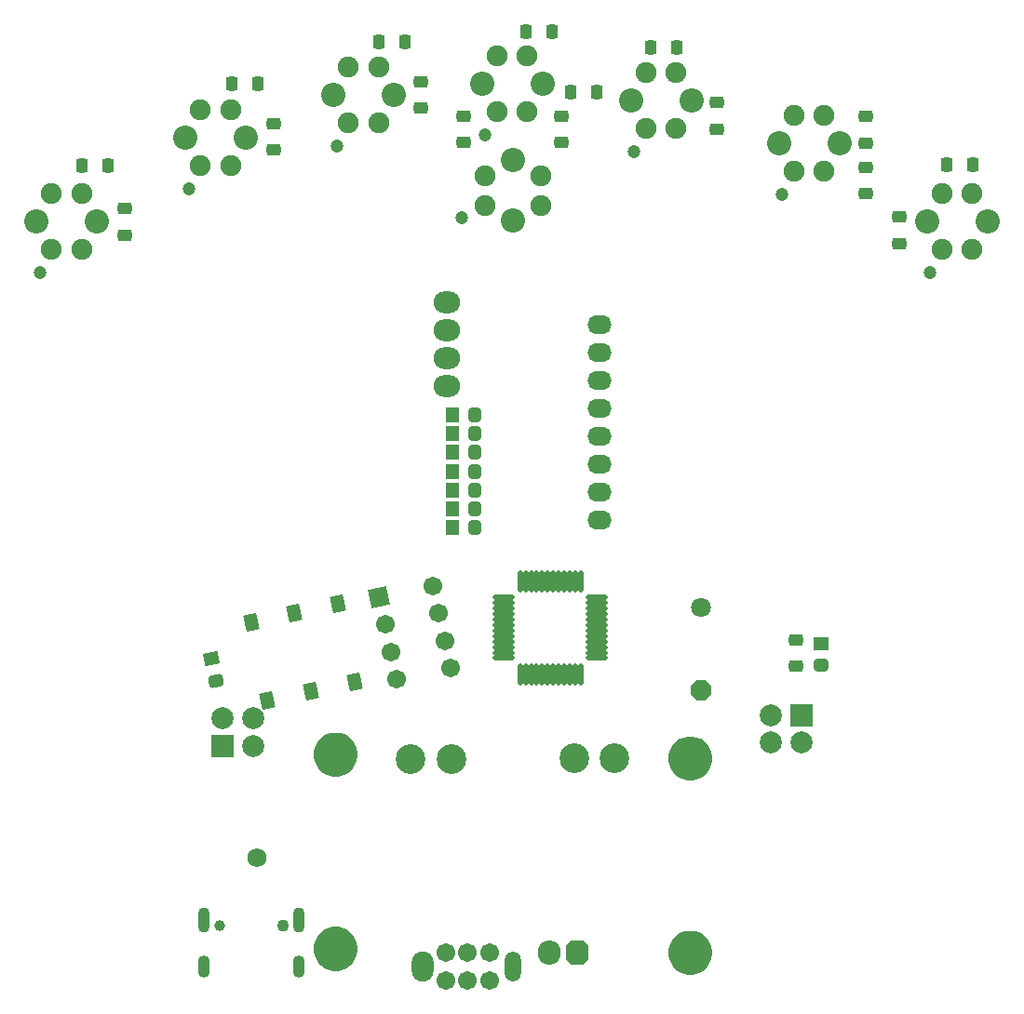
<source format=gts>
G04*
G04 #@! TF.GenerationSoftware,Altium Limited,Altium Designer,23.1.1 (15)*
G04*
G04 Layer_Color=8388736*
%FSAX25Y25*%
%MOIN*%
G70*
G04*
G04 #@! TF.SameCoordinates,B82E7E18-3205-491C-BA0E-7F24CF85224E*
G04*
G04*
G04 #@! TF.FilePolarity,Negative*
G04*
G01*
G75*
G04:AMPARAMS|DCode=32|XSize=45.28mil|YSize=53.15mil|CornerRadius=12.8mil|HoleSize=0mil|Usage=FLASHONLY|Rotation=270.000|XOffset=0mil|YOffset=0mil|HoleType=Round|Shape=RoundedRectangle|*
%AMROUNDEDRECTD32*
21,1,0.04528,0.02756,0,0,270.0*
21,1,0.01968,0.05315,0,0,270.0*
1,1,0.02559,-0.01378,-0.00984*
1,1,0.02559,-0.01378,0.00984*
1,1,0.02559,0.01378,0.00984*
1,1,0.02559,0.01378,-0.00984*
%
%ADD32ROUNDEDRECTD32*%
%ADD33R,0.05315X0.04528*%
G04:AMPARAMS|DCode=34|XSize=43.31mil|YSize=51.18mil|CornerRadius=11.81mil|HoleSize=0mil|Usage=FLASHONLY|Rotation=90.000|XOffset=0mil|YOffset=0mil|HoleType=Round|Shape=RoundedRectangle|*
%AMROUNDEDRECTD34*
21,1,0.04331,0.02756,0,0,90.0*
21,1,0.01968,0.05118,0,0,90.0*
1,1,0.02362,0.01378,0.00984*
1,1,0.02362,0.01378,-0.00984*
1,1,0.02362,-0.01378,-0.00984*
1,1,0.02362,-0.01378,0.00984*
%
%ADD34ROUNDEDRECTD34*%
G04:AMPARAMS|DCode=35|XSize=45.28mil|YSize=53.15mil|CornerRadius=12.8mil|HoleSize=0mil|Usage=FLASHONLY|Rotation=0.000|XOffset=0mil|YOffset=0mil|HoleType=Round|Shape=RoundedRectangle|*
%AMROUNDEDRECTD35*
21,1,0.04528,0.02756,0,0,0.0*
21,1,0.01968,0.05315,0,0,0.0*
1,1,0.02559,0.00984,-0.01378*
1,1,0.02559,-0.00984,-0.01378*
1,1,0.02559,-0.00984,0.01378*
1,1,0.02559,0.00984,0.01378*
%
%ADD35ROUNDEDRECTD35*%
%ADD36R,0.04528X0.05315*%
G04:AMPARAMS|DCode=37|XSize=59.18mil|YSize=47.37mil|CornerRadius=0mil|HoleSize=0mil|Usage=FLASHONLY|Rotation=102.000|XOffset=0mil|YOffset=0mil|HoleType=Round|Shape=Rectangle|*
%AMROTATEDRECTD37*
4,1,4,0.02932,-0.02402,-0.01701,-0.03387,-0.02932,0.02402,0.01701,0.03387,0.02932,-0.02402,0.0*
%
%ADD37ROTATEDRECTD37*%

%ADD38O,0.01981X0.07887*%
%ADD39O,0.07887X0.01981*%
G04:AMPARAMS|DCode=40|XSize=45.28mil|YSize=53.15mil|CornerRadius=0mil|HoleSize=0mil|Usage=FLASHONLY|Rotation=282.000|XOffset=0mil|YOffset=0mil|HoleType=Round|Shape=Rectangle|*
%AMROTATEDRECTD40*
4,1,4,-0.03070,0.01662,0.02129,0.02767,0.03070,-0.01662,-0.02129,-0.02767,-0.03070,0.01662,0.0*
%
%ADD40ROTATEDRECTD40*%

G04:AMPARAMS|DCode=41|XSize=45.28mil|YSize=53.15mil|CornerRadius=12.8mil|HoleSize=0mil|Usage=FLASHONLY|Rotation=282.000|XOffset=0mil|YOffset=0mil|HoleType=Round|Shape=RoundedRectangle|*
%AMROUNDEDRECTD41*
21,1,0.04528,0.02756,0,0,282.0*
21,1,0.01968,0.05315,0,0,282.0*
1,1,0.02559,-0.01143,-0.01249*
1,1,0.02559,-0.01553,0.00676*
1,1,0.02559,0.01143,0.01249*
1,1,0.02559,0.01553,-0.00676*
%
%ADD41ROUNDEDRECTD41*%
G04:AMPARAMS|DCode=42|XSize=43.31mil|YSize=51.18mil|CornerRadius=11.81mil|HoleSize=0mil|Usage=FLASHONLY|Rotation=0.000|XOffset=0mil|YOffset=0mil|HoleType=Round|Shape=RoundedRectangle|*
%AMROUNDEDRECTD42*
21,1,0.04331,0.02756,0,0,0.0*
21,1,0.01968,0.05118,0,0,0.0*
1,1,0.02362,0.00984,-0.01378*
1,1,0.02362,-0.00984,-0.01378*
1,1,0.02362,-0.00984,0.01378*
1,1,0.02362,0.00984,0.01378*
%
%ADD42ROUNDEDRECTD42*%
%ADD43C,0.06800*%
%ADD44C,0.07493*%
%ADD45C,0.08674*%
%ADD46C,0.04737*%
%ADD47R,0.07887X0.07887*%
%ADD48C,0.07887*%
%ADD49C,0.07099*%
G04:AMPARAMS|DCode=50|XSize=70.99mil|YSize=70.99mil|CornerRadius=0mil|HoleSize=0mil|Usage=FLASHONLY|Rotation=270.000|XOffset=0mil|YOffset=0mil|HoleType=Round|Shape=Octagon|*
%AMOCTAGOND50*
4,1,8,-0.01775,-0.03550,0.01775,-0.03550,0.03550,-0.01775,0.03550,0.01775,0.01775,0.03550,-0.01775,0.03550,-0.03550,0.01775,-0.03550,-0.01775,-0.01775,-0.03550,0.0*
%
%ADD50OCTAGOND50*%

%ADD51O,0.05800X0.10800*%
%ADD52C,0.06706*%
%ADD53O,0.07887X0.10800*%
G04:AMPARAMS|DCode=54|XSize=86.74mil|YSize=82.8mil|CornerRadius=0mil|HoleSize=0mil|Usage=FLASHONLY|Rotation=270.000|XOffset=0mil|YOffset=0mil|HoleType=Round|Shape=Octagon|*
%AMOCTAGOND54*
4,1,8,-0.02070,-0.04337,0.02070,-0.04337,0.04140,-0.02267,0.04140,0.02267,0.02070,0.04337,-0.02070,0.04337,-0.04140,0.02267,-0.04140,-0.02267,-0.02070,-0.04337,0.0*
%
%ADD54OCTAGOND54*%

%ADD55O,0.08280X0.08674*%
%ADD56C,0.10642*%
%ADD57C,0.03937*%
%ADD58C,0.04331*%
%ADD59O,0.04331X0.09055*%
%ADD60O,0.04331X0.07874*%
%ADD61O,0.08674X0.06706*%
%ADD62P,0.09483X4X57.0*%
%ADD63O,0.09461X0.07887*%
G36*
X0118100Y0015628D02*
X0118876D01*
X0120397Y0015931D01*
X0121830Y0016524D01*
X0123119Y0017386D01*
X0124216Y0018483D01*
X0125078Y0019773D01*
X0125671Y0021206D01*
X0125974Y0022727D01*
Y0023502D01*
Y0024278D01*
X0125671Y0025799D01*
X0125078Y0027232D01*
X0124216Y0028522D01*
X0123119Y0029618D01*
X0121830Y0030480D01*
X0120397Y0031074D01*
X0118876Y0031376D01*
X0118100D01*
X0117324D01*
X0115803Y0031074D01*
X0114370Y0030480D01*
X0113081Y0029618D01*
X0111984Y0028522D01*
X0111122Y0027232D01*
X0110529Y0025799D01*
X0110226Y0024278D01*
Y0023502D01*
Y0022727D01*
X0110529Y0021206D01*
X0111122Y0019773D01*
X0111984Y0018483D01*
X0113081Y0017386D01*
X0114370Y0016524D01*
X0115803Y0015931D01*
X0117324Y0015628D01*
X0118100D01*
D01*
D02*
G37*
G36*
Y0085228D02*
X0118876D01*
X0120397Y0085531D01*
X0121830Y0086124D01*
X0123119Y0086986D01*
X0124216Y0088083D01*
X0125078Y0089373D01*
X0125671Y0090806D01*
X0125974Y0092327D01*
Y0093102D01*
Y0093878D01*
X0125671Y0095399D01*
X0125078Y0096832D01*
X0124216Y0098122D01*
X0123119Y0099218D01*
X0121830Y0100080D01*
X0120397Y0100674D01*
X0118876Y0100976D01*
X0118100D01*
X0117324D01*
X0115803Y0100674D01*
X0114370Y0100080D01*
X0113081Y0099218D01*
X0111984Y0098122D01*
X0111122Y0096832D01*
X0110529Y0095399D01*
X0110226Y0093878D01*
Y0093102D01*
Y0092327D01*
X0110529Y0090806D01*
X0111122Y0089373D01*
X0111984Y0088083D01*
X0113081Y0086986D01*
X0114370Y0086124D01*
X0115803Y0085531D01*
X0117324Y0085228D01*
X0118100D01*
D01*
D02*
G37*
G36*
X0245100Y0029976D02*
X0244324D01*
X0242803Y0029674D01*
X0241370Y0029080D01*
X0240081Y0028218D01*
X0238984Y0027122D01*
X0238122Y0025832D01*
X0237529Y0024399D01*
X0237226Y0022878D01*
Y0022102D01*
Y0021327D01*
X0237529Y0019806D01*
X0238122Y0018373D01*
X0238984Y0017083D01*
X0240081Y0015986D01*
X0241370Y0015124D01*
X0242803Y0014531D01*
X0244324Y0014228D01*
X0245100D01*
X0245876D01*
X0247397Y0014531D01*
X0248830Y0015124D01*
X0250119Y0015986D01*
X0251216Y0017083D01*
X0252078Y0018373D01*
X0252671Y0019806D01*
X0252974Y0021327D01*
Y0022102D01*
Y0022878D01*
X0252671Y0024399D01*
X0252078Y0025832D01*
X0251216Y0027122D01*
X0250119Y0028218D01*
X0248830Y0029080D01*
X0247397Y0029674D01*
X0245876Y0029976D01*
X0245100D01*
D01*
D02*
G37*
G36*
X0245100Y0099576D02*
X0244324D01*
X0242803Y0099274D01*
X0241370Y0098680D01*
X0240081Y0097818D01*
X0238984Y0096722D01*
X0238122Y0095432D01*
X0237529Y0093999D01*
X0237226Y0092478D01*
Y0091702D01*
Y0090927D01*
X0237529Y0089406D01*
X0238122Y0087973D01*
X0238984Y0086683D01*
X0240081Y0085586D01*
X0241370Y0084724D01*
X0242803Y0084131D01*
X0244324Y0083828D01*
X0245100D01*
X0245876D01*
X0247397Y0084131D01*
X0248830Y0084724D01*
X0250119Y0085586D01*
X0251216Y0086683D01*
X0252078Y0087973D01*
X0252671Y0089406D01*
X0252974Y0090927D01*
Y0091702D01*
Y0092478D01*
X0252671Y0093999D01*
X0252078Y0095432D01*
X0251216Y0096722D01*
X0250119Y0097818D01*
X0248830Y0098680D01*
X0247397Y0099274D01*
X0245876Y0099576D01*
X0245100D01*
D01*
D02*
G37*
D32*
X0292000Y0125063D02*
D03*
D33*
Y0132937D02*
D03*
D34*
X0283000Y0134187D02*
D03*
Y0124813D02*
D03*
X0199000Y0321724D02*
D03*
Y0312350D02*
D03*
X0148500Y0324813D02*
D03*
Y0334187D02*
D03*
X0096000Y0309813D02*
D03*
Y0319187D02*
D03*
X0042500Y0279313D02*
D03*
Y0288687D02*
D03*
X0164000Y0312350D02*
D03*
Y0321724D02*
D03*
X0320000Y0276313D02*
D03*
Y0285687D02*
D03*
X0308000Y0321687D02*
D03*
Y0312313D02*
D03*
Y0294000D02*
D03*
Y0303374D02*
D03*
X0254500Y0317313D02*
D03*
Y0326687D02*
D03*
D35*
X0167921Y0181215D02*
D03*
Y0174500D02*
D03*
Y0187930D02*
D03*
Y0194646D02*
D03*
Y0201361D02*
D03*
Y0208076D02*
D03*
Y0214791D02*
D03*
D36*
X0160047Y0181215D02*
D03*
Y0174500D02*
D03*
Y0187930D02*
D03*
Y0194646D02*
D03*
Y0201361D02*
D03*
Y0208076D02*
D03*
Y0214791D02*
D03*
D37*
X0109339Y0115864D02*
D03*
X0124875Y0119242D02*
D03*
X0118937Y0147177D02*
D03*
X0087799Y0140402D02*
D03*
X0093737Y0112467D02*
D03*
X0103402Y0143799D02*
D03*
D38*
X0205827Y0121768D02*
D03*
X0203858D02*
D03*
X0201890D02*
D03*
X0199921D02*
D03*
X0197953D02*
D03*
X0195984D02*
D03*
X0194016D02*
D03*
X0192047D02*
D03*
X0190079D02*
D03*
X0188110D02*
D03*
X0186142D02*
D03*
X0184173D02*
D03*
Y0155232D02*
D03*
X0186142D02*
D03*
X0188110D02*
D03*
X0190079D02*
D03*
X0192047D02*
D03*
X0194016D02*
D03*
X0195984D02*
D03*
X0197953D02*
D03*
X0199921D02*
D03*
X0201890D02*
D03*
X0203858D02*
D03*
X0205827D02*
D03*
D39*
X0178268Y0127673D02*
D03*
Y0129642D02*
D03*
Y0131610D02*
D03*
Y0133579D02*
D03*
Y0135547D02*
D03*
Y0137516D02*
D03*
Y0139484D02*
D03*
Y0141453D02*
D03*
Y0143421D02*
D03*
Y0145390D02*
D03*
Y0147358D02*
D03*
Y0149327D02*
D03*
X0211732D02*
D03*
Y0147358D02*
D03*
Y0145390D02*
D03*
Y0143421D02*
D03*
Y0141453D02*
D03*
Y0139484D02*
D03*
Y0137516D02*
D03*
Y0135547D02*
D03*
Y0133579D02*
D03*
Y0131610D02*
D03*
Y0129642D02*
D03*
Y0127673D02*
D03*
D40*
X0073681Y0127351D02*
D03*
D41*
X0075319Y0119649D02*
D03*
D42*
X0186313Y0352000D02*
D03*
X0195687D02*
D03*
X0202313Y0330500D02*
D03*
X0211687D02*
D03*
X0133626Y0348500D02*
D03*
X0143000D02*
D03*
X0080813Y0333500D02*
D03*
X0090187D02*
D03*
X0027313Y0304000D02*
D03*
X0036687D02*
D03*
X0346187Y0304500D02*
D03*
X0336813D02*
D03*
X0240187Y0346500D02*
D03*
X0230813D02*
D03*
D43*
X0089842Y0056126D02*
D03*
D44*
X0335260Y0274000D02*
D03*
X0346087Y0274000D02*
D03*
Y0294000D02*
D03*
X0335260Y0294000D02*
D03*
X0229260Y0317500D02*
D03*
X0240087Y0317500D02*
D03*
Y0337500D02*
D03*
X0229260Y0337500D02*
D03*
X0175913Y0323500D02*
D03*
X0186740Y0323500D02*
D03*
Y0343500D02*
D03*
X0175913Y0343500D02*
D03*
X0122760Y0319500D02*
D03*
X0133587Y0319500D02*
D03*
Y0339500D02*
D03*
X0122760Y0339500D02*
D03*
X0069760Y0304000D02*
D03*
X0080587Y0304000D02*
D03*
Y0324000D02*
D03*
X0069760Y0324000D02*
D03*
X0016413Y0274000D02*
D03*
X0027240Y0274000D02*
D03*
Y0294000D02*
D03*
X0016413Y0294000D02*
D03*
X0282260Y0302000D02*
D03*
X0293087Y0302000D02*
D03*
Y0322000D02*
D03*
X0282260Y0322000D02*
D03*
X0191500Y0289760D02*
D03*
X0191500Y0300587D02*
D03*
X0171500D02*
D03*
X0171500Y0289760D02*
D03*
D45*
X0351500Y0284000D02*
D03*
X0329846Y0284000D02*
D03*
X0245500Y0327500D02*
D03*
X0223846Y0327500D02*
D03*
X0192154Y0333500D02*
D03*
X0170500Y0333500D02*
D03*
X0139000Y0329500D02*
D03*
X0117346Y0329500D02*
D03*
X0086000Y0314000D02*
D03*
X0064346Y0314000D02*
D03*
X0032653Y0284000D02*
D03*
X0011000Y0284000D02*
D03*
X0298500Y0312000D02*
D03*
X0276846Y0312000D02*
D03*
X0118100Y0023502D02*
D03*
Y0093102D02*
D03*
X0245100Y0022102D02*
D03*
X0245100Y0091702D02*
D03*
X0181500Y0284346D02*
D03*
X0181500Y0306000D02*
D03*
D46*
X0331028Y0265693D02*
D03*
X0225028Y0309193D02*
D03*
X0171681Y0315193D02*
D03*
X0118528Y0311193D02*
D03*
X0065528Y0295693D02*
D03*
X0012181Y0265693D02*
D03*
X0278028Y0293693D02*
D03*
X0163193Y0285528D02*
D03*
D47*
X0077701Y0096299D02*
D03*
X0284902Y0107244D02*
D03*
D48*
X0077701Y0106142D02*
D03*
X0088724D02*
D03*
Y0096299D02*
D03*
X0284902Y0097402D02*
D03*
X0273878D02*
D03*
Y0107244D02*
D03*
D49*
X0249000Y0145961D02*
D03*
D50*
Y0116039D02*
D03*
D51*
X0181543Y0017079D02*
D03*
D52*
X0173276Y0012157D02*
D03*
X0165402D02*
D03*
X0173276Y0022000D02*
D03*
X0165402D02*
D03*
X0157528Y0012157D02*
D03*
Y0022000D02*
D03*
X0135789Y0139669D02*
D03*
X0137868Y0129888D02*
D03*
X0139947Y0120106D02*
D03*
X0159202Y0124199D02*
D03*
X0157123Y0133980D02*
D03*
X0155044Y0143762D02*
D03*
X0152965Y0153543D02*
D03*
D53*
X0149260Y0017079D02*
D03*
D54*
X0204500Y0022000D02*
D03*
D55*
X0194500D02*
D03*
D56*
X0159500Y0091429D02*
D03*
X0144900D02*
D03*
X0203700Y0091702D02*
D03*
X0217900Y0091702D02*
D03*
D57*
X0076583Y0031799D02*
D03*
D58*
X0099417D02*
D03*
D59*
X0105028Y0033768D02*
D03*
X0070972D02*
D03*
D60*
Y0017232D02*
D03*
X0105028D02*
D03*
D61*
X0212500Y0247000D02*
D03*
Y0237000D02*
D03*
Y0227000D02*
D03*
Y0217000D02*
D03*
Y0207000D02*
D03*
Y0197000D02*
D03*
Y0187000D02*
D03*
Y0177000D02*
D03*
D62*
X0133710Y0149451D02*
D03*
D63*
X0158000Y0255000D02*
D03*
Y0245000D02*
D03*
Y0235000D02*
D03*
Y0225000D02*
D03*
M02*

</source>
